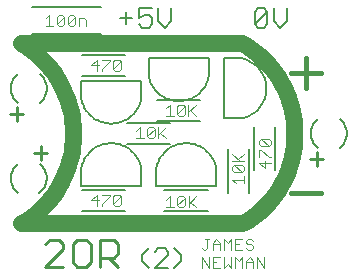
<source format=gto>
G04 Output by ViewMate Deluxe V11.0.9  PentaLogix LLC*
G04 Sun May 11 19:15:31 2014*
%FSLAX33Y33*%
%MOMM*%
%IPPOS*%
%ADD15C,0.0762*%
%ADD16C,0.127*%
%ADD105C,1.397*%
%ADD106C,0.254*%
%ADD107C,0.4064*%
%ADD108C,0.1524*%
%ADD109C,0.1016*%

%LPD*%
X0Y0D2*D15*G1X25268Y9238D2*X24641Y9238D1*X26927Y12083D2*X27554Y12083D1*X27711Y11925*X27711Y11613*X27554Y11455*X26927Y12083*X26772Y11925*X26772Y11613*X26927Y11455*X27554Y11455*X27711Y10053D2*X26772Y10053D1*X27242Y9583*X27242Y10211*X27711Y10521D2*X27554Y10521D1*X26927Y11148*X26772Y11148*X26772Y10521*X24956Y10330D2*X25425Y10800D1*X25113Y10173D2*X24486Y10800D1*X24486Y10173D2*X25425Y10173D1*X24641Y9865D2*X25268Y9865D1*X25425Y9708*X25425Y9393*X25268Y9238*X24641Y9865*X24486Y9708*X24486Y9393*X24641Y9238*X24798Y8301D2*X24486Y8616D1*X25425Y8928D2*X25425Y8301D1*X24486Y8616D2*X25425Y8616D1*X20925Y6751D2*X21397Y6281D1*X20770Y6596D2*X21397Y7224D1*X20770Y7224D2*X20770Y6281D1*X20460Y7066D2*X20302Y7224D1*X19990Y7224*X19832Y7066*X19832Y6439*X19990Y6281*X20302Y6281*X20460Y6439*X20460Y7066*X19832Y6439*X18898Y6281D2*X19525Y6281D1*X19210Y6281D2*X19210Y7224D1*X18898Y6909*X14877Y7351D2*X15034Y7193D1*X14097Y7193D2*X14097Y7351D1*X13470Y7351*X13162Y6878D2*X12535Y6878D1*X13005Y7351*X13005Y6408*X13470Y6408D2*X13470Y6566D1*X14097Y7193*X14407Y6566D2*X14562Y6408D1*X14877Y6408*X15034Y6566*X15034Y7193*X14407Y6566*X14407Y7193*X14562Y7351*X14877Y7351*X16345Y12751D2*X16657Y13066D1*X16657Y12123*X16972Y12123D2*X16345Y12123D1*X17280Y12281D2*X17280Y12908D1*X17437Y13066*X17752Y13066*X17907Y12908*X17907Y12281*X17752Y12123*X17437Y12123*X17280Y12281*X17907Y12908*X18217Y12123D2*X18217Y13066D1*X18372Y12593D2*X18844Y12123D1*X18844Y13066D2*X18217Y12438D1*X20912Y14498D2*X21384Y14028D1*X20757Y14343D2*X21384Y14971D1*X20757Y14971D2*X20757Y14028D1*X20447Y14813D2*X20292Y14971D1*X19977Y14971*X19820Y14813*X19820Y14186*X19977Y14028*X20292Y14028*X20447Y14186*X20447Y14813*X19820Y14186*X18885Y14028D2*X19512Y14028D1*X19197Y14028D2*X19197Y14971D1*X18885Y14656*X15034Y18623D2*X14877Y18781D1*X14562Y18781*X14407Y18623*X14407Y17996*X14562Y17838*X14877Y17838*X15034Y17996*X15034Y18623*X14407Y17996*X13162Y18308D2*X12535Y18308D1*X13470Y18781D2*X14097Y18781D1*X14097Y18623*X13470Y17996*X13470Y17838*X13005Y17838D2*X13005Y18781D1*X12535Y18308*D16*X25273Y13800D2*X25428Y13835D1*X25578Y13881*X25728Y13934*X25872Y13998*X26012Y14069*X26149Y14150*X26281Y14239*X26406Y14336*X26525Y14437*X26637Y14549*X26744Y14666*X26843Y14790*X26932Y14920*X27015Y15055*X27089Y15194*X27155Y15339*X27211Y15486*X27259Y15636*X27297Y15791*X27325Y15946*X27346Y16104*X27356Y16261*X27356Y16419*X27346Y16576*X27325Y16734*X27297Y16888*X27259Y17043*X27211Y17193*X27155Y17341*X27089Y17485*X27015Y17625*X26932Y17760*X26843Y17889*X26744Y18014*X26637Y18131*X26525Y18242*X26406Y18344*X26281Y18440*X26149Y18529*X26012Y18611*X25872Y18682*X25728Y18745*X25578Y18799*X25428Y18844*X25273Y18880*X22479Y17356D2*X22443Y17201D1*X22398Y17051*X22344Y16901*X22281Y16756*X22210Y16617*X22128Y16480*X22040Y16347*X21943Y16223*X21841Y16104*X21730Y15992*X21613Y15885*X21488Y15786*X21359Y15697*X21224Y15613*X21085Y15540*X20940Y15474*X20792Y15418*X20643Y15370*X20488Y15331*X20333Y15304*X20175Y15283*X20018Y15273*X19860Y15273*X19703Y15283*X19545Y15304*X19390Y15331*X19235Y15370*X19086Y15418*X18938Y15474*X18793Y15540*X18654Y15613*X18519Y15697*X18390Y15786*X18265Y15885*X18148Y15992*X18037Y16104*X17935Y16223*X17838Y16347*X17750Y16480*X17668Y16617*X17597Y16756*X17534Y16901*X17480Y17051*X17435Y17201*X17399Y17356*X16764Y15451D2*X16728Y15296D1*X16683Y15146*X16629Y14996*X16566Y14851*X16495Y14712*X16413Y14575*X16325Y14442*X16228Y14318*X16126Y14199*X16015Y14087*X15898Y13980*X15773Y13881*X15644Y13792*X15509Y13708*X15370Y13635*X15225Y13569*X15077Y13513*X14928Y13465*X14773Y13426*X14618Y13398*X14460Y13378*X14303Y13368*X14145Y13368*X13988Y13378*X13830Y13398*X13675Y13426*X13520Y13465*X13371Y13513*X13223Y13569*X13078Y13635*X12939Y13708*X12804Y13792*X12675Y13881*X12550Y13980*X12433Y14087*X12322Y14199*X12220Y14318*X12123Y14442*X12035Y14575*X11953Y14712*X11882Y14851*X11819Y14996*X11765Y15146*X11720Y15296*X11684Y15451*X11684Y16975*X16764Y16975*X16764Y15451*X17399Y17356D2*X17399Y18880D1*X22479Y18880*X22479Y17356*X25273Y18880D2*X23749Y18880D1*X23749Y13800*X25273Y13800*X23114Y9609D2*X23078Y9764D1*X23033Y9914*X22979Y10063*X22916Y10208*X22845Y10348*X22763Y10485*X22675Y10617*X22578Y10742*X22476Y10861*X22365Y10973*X22248Y11079*X22123Y11179*X21994Y11267*X21859Y11351*X21720Y11425*X21575Y11491*X21427Y11547*X21278Y11595*X21123Y11633*X20968Y11661*X20810Y11681*X20653Y11692*X20495Y11692*X20338Y11681*X20180Y11661*X20025Y11633*X19870Y11595*X19721Y11547*X19573Y11491*X19428Y11425*X19289Y11351*X19154Y11267*X19025Y11179*X18900Y11079*X18783Y10973*X18672Y10861*X18570Y10742*X18473Y10617*X18385Y10485*X18303Y10348*X18232Y10208*X18169Y10063*X18115Y9914*X18070Y9764*X18034Y9609*X16764Y9609D2*X16728Y9764D1*X16683Y9914*X16629Y10063*X16566Y10208*X16495Y10348*X16413Y10485*X16325Y10617*X16228Y10742*X16126Y10861*X16015Y10973*X15898Y11079*X15773Y11179*X15644Y11267*X15509Y11351*X15370Y11425*X15225Y11491*X15077Y11547*X14928Y11595*X14773Y11633*X14618Y11661*X14460Y11681*X14303Y11692*X14145Y11692*X13988Y11681*X13830Y11661*X13675Y11633*X13520Y11595*X13371Y11547*X13223Y11491*X13078Y11425*X12939Y11351*X12804Y11267*X12675Y11179*X12550Y11079*X12433Y10973*X12322Y10861*X12220Y10742*X12123Y10617*X12035Y10485*X11953Y10348*X11882Y10208*X11819Y10063*X11765Y9914*X11720Y9764*X11684Y9609*X11684Y8085*X16764Y8085*X16764Y9609*X18034Y9609D2*X18034Y8085D1*X23114Y8085*X23114Y9609*D105*X6604Y4910D2*X6970Y5133D1*X7325Y5375*X7666Y5631*X7996Y5906*X8311Y6195*X8613Y6500*X8898Y6820*X9169Y7153*X9423Y7498*X9660Y7856*X9878Y8225*X10079Y8603*X10259Y8989*X10422Y9388*X10566Y9792*X10688Y10201*X10792Y10617*X10876Y11036*X10937Y11460*X10980Y11887*X11001Y12316*X11001Y12743*X10980Y13172*X10937Y13599*X10876Y14023*X10792Y14442*X10688Y14859*X10566Y15268*X10422Y15672*X10259Y16071*X10079Y16457*X9878Y16835*X9660Y17203*X9423Y17562*X9169Y17907*X8898Y18240*X8613Y18560*X8311Y18865*X7996Y19154*X7666Y19428*X7325Y19685*X6970Y19926*X6604Y20150*X25336Y20150*X25702Y19926*X26058Y19685*X26398Y19428*X26728Y19154*X27043Y18865*X27346Y18560*X27630Y18240*X27902Y17907*X28156Y17562*X28392Y17203*X28611Y16835*X28811Y16457*X28992Y16071*X29154Y15672*X29299Y15268*X29421Y14859*X29525Y14442*X29609Y14023*X29670Y13599*X29713Y13172*X29733Y12743*X29733Y12316*X29713Y11887*X29670Y11460*X29609Y11036*X29525Y10617*X29421Y10201*X29299Y9792*X29154Y9388*X28992Y8989*X28811Y8603*X28611Y8225*X28392Y7856*X28156Y7498*X27902Y7153*X27630Y6820*X27346Y6500*X27043Y6195*X26728Y5906*X26398Y5631*X26058Y5375*X25702Y5133*X25336Y4910*X6604Y4910*D106*X31623Y10942D2*X31623Y9799D1*X31052Y10371D2*X32194Y10371D1*X6794Y14181D2*X5652Y14181D1*X6223Y13609D2*X6223Y14752D1*X7684Y10879D2*X8826Y10879D1*X8255Y10307D2*X8255Y11450D1*X14077Y1991D2*X14839Y1227D1*X13315Y1991D2*X14458Y1991D1*X14839Y2372*X14839Y3134*X14458Y3515*X13315Y3515*X13315Y1227*X10975Y1608D2*X10975Y3134D1*X11356Y3515*X12118Y3515*X12499Y3134*X12499Y1608*X12118Y1227*X11356Y1227*X10975Y1608*X10163Y1227D2*X8636Y1227D1*X10163Y2753*X10163Y3134*X9779Y3515*X9017Y3515*X8636Y3134*D107*X29464Y17610D2*X32004Y17610D1*X30734Y16340D2*X30734Y18880D1*X32004Y7450D2*X29464Y7450D1*D108*X6304Y7516D2*X6215Y7592D1*X6132Y7671*X6055Y7760*X5987Y7851*X5926Y7948*X5870Y8049*X5824Y8156*X5784Y8265*X5753Y8377*X5733Y8489*X5720Y8606*X5715Y8720*X8153Y9939D2*X8245Y9865D1*X8331Y9784*X8410Y9695*X8481Y9604*X8545Y9505*X8603Y9401*X8651Y9294*X8692Y9185*X8722Y9070*X8745Y8954*X8758Y8837*X8763Y8720*X8125Y7480D2*X8219Y7554D1*X8308Y7635*X8392Y7724*X8468Y7818*X8534Y7917*X8593Y8021*X8646Y8133*X8687Y8245*X8720Y8362*X8743Y8479*X8758Y8600*X8763Y8720*X6304Y9924D2*X6215Y9848D1*X6132Y9769*X6055Y9680*X5987Y9588*X5926Y9492*X5870Y9390*X5824Y9284*X5784Y9174*X5753Y9063*X5733Y8951*X5720Y8834*X5715Y8720*X19017Y1176D2*X17932Y1176D1*X19568Y1176D2*X20112Y1720D1*X20112Y2261*X19568Y2804*X18745Y2804D2*X19017Y2532D1*X19017Y2261*X17932Y1176*X17384Y1176D2*X16840Y1720D1*X16840Y2261*X17384Y2804*X17932Y2532D2*X18202Y2804D1*X18745Y2804*X22416Y7704D2*X18732Y7704D1*X31725Y11311D2*X31633Y11384D1*X31547Y11466*X31468Y11554*X31397Y11646*X31333Y11745*X31275Y11849*X31227Y11956*X31186Y12065*X31156Y12179*X31133Y12296*X31120Y12413*X31115Y12530*X33574Y13734D2*X33663Y13658D1*X33746Y13579*X33823Y13490*X33891Y13398*X33952Y13302*X34008Y13200*X34054Y13094*X34094Y12984*X34125Y12873*X34145Y12761*X34158Y12644*X34163Y12530*X33574Y11326D2*X33663Y11402D1*X33746Y11481*X33823Y11570*X33891Y11661*X33952Y11758*X34008Y11859*X34054Y11966*X34094Y12075*X34125Y12187*X34145Y12299*X34158Y12416*X34163Y12530*X31753Y13769D2*X31659Y13696D1*X31570Y13614*X31486Y13526*X31410Y13432*X31344Y13332*X31285Y13228*X31232Y13117*X31191Y13005*X31158Y12888*X31135Y12771*X31120Y12649*X31115Y12530*X28067Y13101D2*X28067Y9418D1*X26289Y9418D2*X26289Y13101D1*X25908Y11196D2*X25908Y7513D1*X24130Y7513D2*X24130Y11196D1*X18732Y5926D2*X22416Y5926D1*X11748Y5926D2*X15430Y5926D1*X15430Y7704D2*X11748Y7704D1*X19240Y11641D2*X15558Y11641D1*X21780Y15324D2*X18098Y15324D1*X18098Y13546D2*X21780Y13546D1*X15558Y13419D2*X19240Y13419D1*X8174Y17544D2*X8263Y17468D1*X8346Y17389*X8423Y17300*X8491Y17208*X8552Y17112*X8608Y17010*X8654Y16904*X8694Y16794*X8725Y16683*X8745Y16571*X8758Y16454*X8763Y16340*X6325Y15121D2*X6233Y15194D1*X6147Y15276*X6068Y15364*X5997Y15456*X5933Y15555*X5875Y15659*X5827Y15766*X5786Y15875*X5756Y15989*X5733Y16106*X5720Y16223*X5715Y16340*X6353Y17579D2*X6259Y17506D1*X6170Y17424*X6086Y17336*X6010Y17242*X5944Y17142*X5885Y17038*X5832Y16927*X5791Y16815*X5758Y16698*X5735Y16581*X5720Y16459*X5715Y16340*X8174Y15136D2*X8263Y15212D1*X8346Y15291*X8423Y15380*X8491Y15471*X8552Y15568*X8608Y15669*X8654Y15776*X8694Y15885*X8725Y15997*X8745Y16109*X8758Y16226*X8763Y16340*X15430Y17356D2*X11748Y17356D1*X11748Y19134D2*X15430Y19134D1*X7493Y23198D2*X13335Y23198D1*X13335Y20912D2*X7493Y20912D1*X15479Y22852D2*X15479Y21768D1*X16020Y22311D2*X14935Y22311D1*X16574Y21768D2*X16843Y21496D1*X17386Y21496*X17658Y21768*X17658Y22311*X17386Y22581*X17115Y22581*X16574Y22311*X16574Y23124*X17658Y23124*X18209Y23124D2*X18209Y22040D1*X18753Y21496*X19294Y22040*X19294Y23124*X27450Y22852D2*X27178Y23124D1*X26637Y23124*X26365Y22852*X26365Y21768*X27450Y21768D2*X27450Y22852D1*X26365Y21768*X26637Y21496*X27178Y21496*X27450Y21768*X28545Y21496D2*X28004Y22040D1*X28004Y23124*X29088Y23124D2*X29088Y22040D1*X28545Y21496*D109*X8687Y22273D2*X8992Y22578D1*X8992Y21661*X9296Y21661D2*X8687Y21661D1*X9622Y21814D2*X9622Y22426D1*X9774Y22578*X10079Y22578*X10234Y22426*X10234Y21814*X10079Y21661*X9774Y21661*X9622Y21814*X10234Y22426*X11168Y22426D2*X11016Y22578D1*X10711Y22578*X10559Y22426*X10559Y21814*X11168Y21814D2*X11168Y22426D1*X10559Y21814*X10711Y21661*X11016Y21661*X11168Y21814*X11494Y21661D2*X11494Y22273D1*X11951Y22273*X12103Y22118*X12103Y21661*X22830Y3132D2*X23442Y3132D1*X22830Y2675D2*X22830Y3287D1*X21895Y1151D2*X21895Y2068D1*X22504Y1151*X22504Y2068*X23134Y1608D2*X22830Y1608D1*X23442Y1151D2*X22830Y1151D1*X22830Y2068*X23442Y2068*X23767Y2068D2*X23767Y1151D1*X24072Y1455*X24376Y1151*X24376Y2068*X24702Y1151D2*X24702Y2068D1*X26246Y1608D2*X25636Y1608D1*X27183Y2068D2*X27183Y1151D1*X26573Y2068*X26573Y1151*X26246Y1151D2*X26246Y1763D1*X25941Y2068*X25636Y1763*X25636Y1151*X25311Y1151D2*X25311Y2068D1*X25006Y1763*X24702Y2068*X24702Y3132D2*X25006Y3132D1*X24702Y2675D2*X24702Y3592D1*X25311Y3592*X26246Y3439D2*X26093Y3592D1*X25789Y3592*X25636Y3439*X25636Y3287*X25789Y3132*X26093Y3132*X26246Y2979*X26246Y2827*X26093Y2675*X25789Y2675*X25636Y2827*X24702Y2675D2*X25311Y2675D1*X24376Y2675D2*X24376Y3592D1*X24072Y3287*X23767Y3592*X23767Y2675*X23442Y2675D2*X23442Y3287D1*X23134Y3592*X22830Y3287*X22200Y3592D2*X22504Y3592D1*X22352Y3592D2*X22352Y2827D1*X22200Y2675*X22047Y2675*X21895Y2827*X0Y0D2*M02*
</source>
